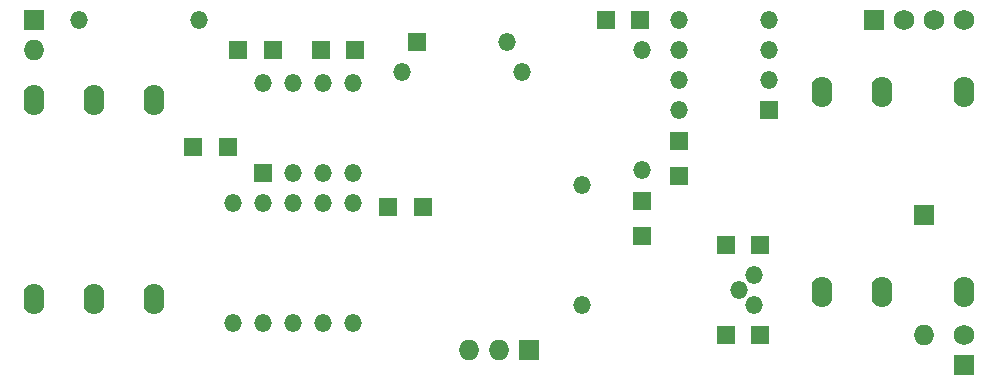
<source format=gts>
G04 (created by PCBNEW (22-Jun-2014 BZR 4027)-stable) date Sun 11 Feb 2018 07:20:56 AM CST*
%MOIN*%
G04 Gerber Fmt 3.4, Leading zero omitted, Abs format*
%FSLAX34Y34*%
G01*
G70*
G90*
G04 APERTURE LIST*
%ADD10C,0.00590551*%
%ADD11R,0.069X0.069*%
%ADD12O,0.069X0.069*%
%ADD13C,0.069*%
%ADD14O,0.059X0.059*%
%ADD15R,0.059X0.059*%
%ADD16R,0.064X0.059*%
%ADD17R,0.059X0.064*%
%ADD18O,0.069X0.1035*%
G04 APERTURE END LIST*
G54D10*
G54D11*
X63000Y-75500D03*
G54D12*
X62000Y-75500D03*
X61000Y-75500D03*
G54D11*
X74500Y-64500D03*
G54D13*
X75500Y-64500D03*
X76500Y-64500D03*
X77500Y-64500D03*
G54D14*
X70500Y-74000D03*
X70000Y-73500D03*
X70500Y-73000D03*
G54D11*
X77500Y-76000D03*
G54D13*
X77500Y-75000D03*
G54D11*
X46500Y-64500D03*
G54D12*
X46500Y-65500D03*
G54D15*
X54125Y-69625D03*
G54D14*
X55125Y-69625D03*
X56125Y-69625D03*
X57125Y-69625D03*
X57125Y-66625D03*
X56125Y-66625D03*
X54125Y-66625D03*
X55125Y-66625D03*
G54D15*
X71000Y-67500D03*
G54D14*
X71000Y-66500D03*
X71000Y-65500D03*
X71000Y-64500D03*
X68000Y-64500D03*
X68000Y-65500D03*
X68000Y-67500D03*
X68000Y-66500D03*
G54D15*
X59250Y-65250D03*
G54D14*
X62250Y-65250D03*
G54D16*
X58300Y-70750D03*
X59450Y-70750D03*
X66700Y-64500D03*
X65550Y-64500D03*
X70700Y-72000D03*
X69550Y-72000D03*
G54D17*
X68000Y-68550D03*
X68000Y-69700D03*
G54D16*
X70700Y-75000D03*
X69550Y-75000D03*
X54450Y-65500D03*
X53300Y-65500D03*
X52950Y-68750D03*
X51800Y-68750D03*
G54D17*
X66750Y-70550D03*
X66750Y-71700D03*
G54D16*
X56050Y-65500D03*
X57200Y-65500D03*
G54D14*
X64750Y-74000D03*
X64750Y-70000D03*
X66750Y-69500D03*
X66750Y-65500D03*
X57125Y-74625D03*
X57125Y-70625D03*
X56125Y-74625D03*
X56125Y-70625D03*
X55125Y-74625D03*
X55125Y-70625D03*
X54125Y-70625D03*
X54125Y-74625D03*
X53125Y-74625D03*
X53125Y-70625D03*
G54D18*
X72750Y-66922D03*
X72750Y-73577D03*
X74750Y-73577D03*
X74750Y-66922D03*
X77500Y-66922D03*
X77500Y-73577D03*
X46500Y-67172D03*
X46500Y-73827D03*
X48500Y-73827D03*
X48500Y-67172D03*
X50500Y-67172D03*
X50500Y-73827D03*
G54D14*
X48000Y-64500D03*
X52000Y-64500D03*
X58750Y-66250D03*
X62750Y-66250D03*
G54D11*
X76150Y-71000D03*
G54D12*
X76150Y-75000D03*
M02*

</source>
